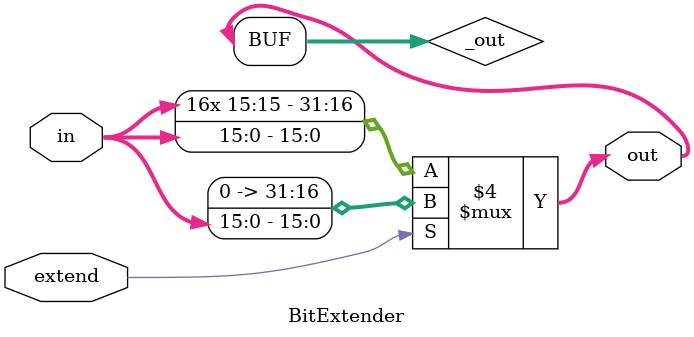
<source format=v>
module BitExtender (
    input extend, //! If x==0, do sign extend, else do zero extend
    input [15:0] in, //! Input value (16 bits)
    output [31:0] out //! Extended output value (32 bits)
);
    reg [31:0] _out;
    assign out = _out;
    
    always @ (extend or in) begin
        if (~extend)
            _out = {{16{in[15]}}, in};
        else
            _out = {16'h0, in};
    end
endmodule


</source>
